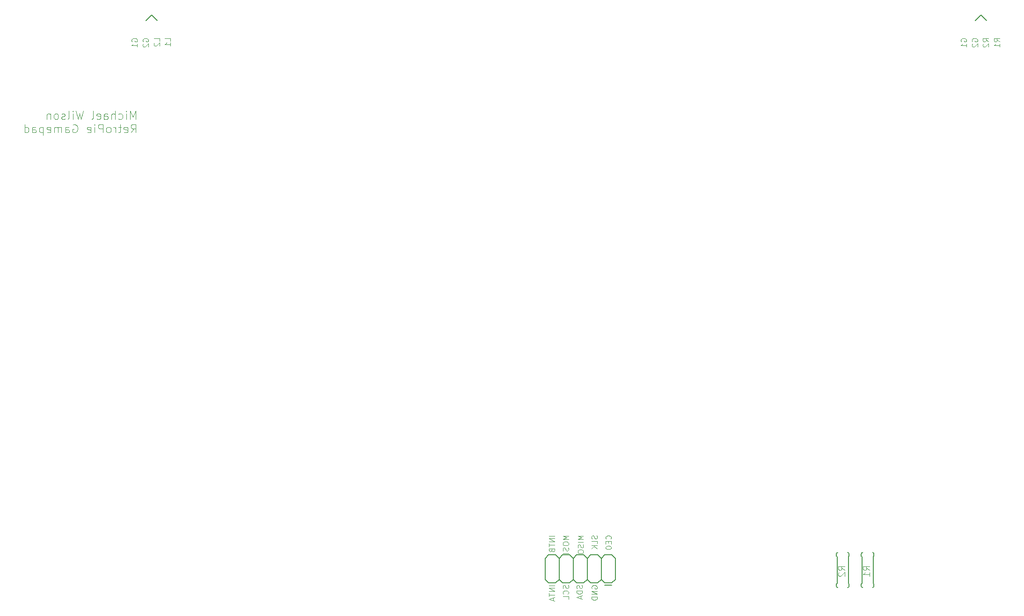
<source format=gbo>
G04 #@! TF.GenerationSoftware,KiCad,Pcbnew,8.0.8*
G04 #@! TF.CreationDate,2025-02-09T13:36:35-06:00*
G04 #@! TF.ProjectId,gamepad,67616d65-7061-4642-9e6b-696361645f70,3*
G04 #@! TF.SameCoordinates,Original*
G04 #@! TF.FileFunction,Legend,Bot*
G04 #@! TF.FilePolarity,Positive*
%FSLAX46Y46*%
G04 Gerber Fmt 4.6, Leading zero omitted, Abs format (unit mm)*
G04 Created by KiCad (PCBNEW 8.0.8) date 2025-02-09 13:36:35*
%MOMM*%
%LPD*%
G01*
G04 APERTURE LIST*
G04 Aperture macros list*
%AMFreePoly0*
4,1,25,0.333266,0.742596,0.345389,0.732242,0.732242,0.345389,0.760749,0.289441,0.762000,0.273547,0.762000,-0.273547,0.742596,-0.333266,0.732242,-0.345389,0.345389,-0.732242,0.289441,-0.760749,0.273547,-0.762000,-0.273547,-0.762000,-0.333266,-0.742596,-0.345389,-0.732242,-0.732242,-0.345389,-0.760749,-0.289441,-0.762000,-0.273547,-0.762000,0.273547,-0.742596,0.333266,-0.732242,0.345389,
-0.345389,0.732242,-0.289441,0.760749,-0.273547,0.762000,0.273547,0.762000,0.333266,0.742596,0.333266,0.742596,$1*%
G04 Aperture macros list end*
%ADD10C,0.100000*%
%ADD11C,0.114300*%
%ADD12C,0.080000*%
%ADD13C,0.152400*%
%ADD14C,0.203200*%
%ADD15C,0.127000*%
%ADD16C,2.082800*%
%ADD17C,2.003200*%
%ADD18C,1.960000*%
%ADD19C,1.800000*%
%ADD20O,1.524000X2.844800*%
%ADD21FreePoly0,270.000000*%
%ADD22C,1.500000*%
G04 APERTURE END LIST*
D10*
X71577068Y-68896312D02*
X71577068Y-67396312D01*
X71577068Y-67396312D02*
X71077068Y-68467741D01*
X71077068Y-68467741D02*
X70577068Y-67396312D01*
X70577068Y-67396312D02*
X70577068Y-68896312D01*
X69862782Y-68896312D02*
X69862782Y-67896312D01*
X69862782Y-67396312D02*
X69934210Y-67467741D01*
X69934210Y-67467741D02*
X69862782Y-67539169D01*
X69862782Y-67539169D02*
X69791353Y-67467741D01*
X69791353Y-67467741D02*
X69862782Y-67396312D01*
X69862782Y-67396312D02*
X69862782Y-67539169D01*
X68505639Y-68824884D02*
X68648496Y-68896312D01*
X68648496Y-68896312D02*
X68934210Y-68896312D01*
X68934210Y-68896312D02*
X69077067Y-68824884D01*
X69077067Y-68824884D02*
X69148496Y-68753455D01*
X69148496Y-68753455D02*
X69219924Y-68610598D01*
X69219924Y-68610598D02*
X69219924Y-68182026D01*
X69219924Y-68182026D02*
X69148496Y-68039169D01*
X69148496Y-68039169D02*
X69077067Y-67967741D01*
X69077067Y-67967741D02*
X68934210Y-67896312D01*
X68934210Y-67896312D02*
X68648496Y-67896312D01*
X68648496Y-67896312D02*
X68505639Y-67967741D01*
X67862782Y-68896312D02*
X67862782Y-67396312D01*
X67219925Y-68896312D02*
X67219925Y-68110598D01*
X67219925Y-68110598D02*
X67291353Y-67967741D01*
X67291353Y-67967741D02*
X67434210Y-67896312D01*
X67434210Y-67896312D02*
X67648496Y-67896312D01*
X67648496Y-67896312D02*
X67791353Y-67967741D01*
X67791353Y-67967741D02*
X67862782Y-68039169D01*
X65862782Y-68896312D02*
X65862782Y-68110598D01*
X65862782Y-68110598D02*
X65934210Y-67967741D01*
X65934210Y-67967741D02*
X66077067Y-67896312D01*
X66077067Y-67896312D02*
X66362782Y-67896312D01*
X66362782Y-67896312D02*
X66505639Y-67967741D01*
X65862782Y-68824884D02*
X66005639Y-68896312D01*
X66005639Y-68896312D02*
X66362782Y-68896312D01*
X66362782Y-68896312D02*
X66505639Y-68824884D01*
X66505639Y-68824884D02*
X66577067Y-68682026D01*
X66577067Y-68682026D02*
X66577067Y-68539169D01*
X66577067Y-68539169D02*
X66505639Y-68396312D01*
X66505639Y-68396312D02*
X66362782Y-68324884D01*
X66362782Y-68324884D02*
X66005639Y-68324884D01*
X66005639Y-68324884D02*
X65862782Y-68253455D01*
X64577067Y-68824884D02*
X64719924Y-68896312D01*
X64719924Y-68896312D02*
X65005639Y-68896312D01*
X65005639Y-68896312D02*
X65148496Y-68824884D01*
X65148496Y-68824884D02*
X65219924Y-68682026D01*
X65219924Y-68682026D02*
X65219924Y-68110598D01*
X65219924Y-68110598D02*
X65148496Y-67967741D01*
X65148496Y-67967741D02*
X65005639Y-67896312D01*
X65005639Y-67896312D02*
X64719924Y-67896312D01*
X64719924Y-67896312D02*
X64577067Y-67967741D01*
X64577067Y-67967741D02*
X64505639Y-68110598D01*
X64505639Y-68110598D02*
X64505639Y-68253455D01*
X64505639Y-68253455D02*
X65219924Y-68396312D01*
X63648496Y-68896312D02*
X63791353Y-68824884D01*
X63791353Y-68824884D02*
X63862782Y-68682026D01*
X63862782Y-68682026D02*
X63862782Y-67396312D01*
X62077068Y-67396312D02*
X61719925Y-68896312D01*
X61719925Y-68896312D02*
X61434211Y-67824884D01*
X61434211Y-67824884D02*
X61148496Y-68896312D01*
X61148496Y-68896312D02*
X60791354Y-67396312D01*
X60219925Y-68896312D02*
X60219925Y-67896312D01*
X60219925Y-67396312D02*
X60291353Y-67467741D01*
X60291353Y-67467741D02*
X60219925Y-67539169D01*
X60219925Y-67539169D02*
X60148496Y-67467741D01*
X60148496Y-67467741D02*
X60219925Y-67396312D01*
X60219925Y-67396312D02*
X60219925Y-67539169D01*
X59291353Y-68896312D02*
X59434210Y-68824884D01*
X59434210Y-68824884D02*
X59505639Y-68682026D01*
X59505639Y-68682026D02*
X59505639Y-67396312D01*
X58791353Y-68824884D02*
X58648496Y-68896312D01*
X58648496Y-68896312D02*
X58362782Y-68896312D01*
X58362782Y-68896312D02*
X58219925Y-68824884D01*
X58219925Y-68824884D02*
X58148496Y-68682026D01*
X58148496Y-68682026D02*
X58148496Y-68610598D01*
X58148496Y-68610598D02*
X58219925Y-68467741D01*
X58219925Y-68467741D02*
X58362782Y-68396312D01*
X58362782Y-68396312D02*
X58577068Y-68396312D01*
X58577068Y-68396312D02*
X58719925Y-68324884D01*
X58719925Y-68324884D02*
X58791353Y-68182026D01*
X58791353Y-68182026D02*
X58791353Y-68110598D01*
X58791353Y-68110598D02*
X58719925Y-67967741D01*
X58719925Y-67967741D02*
X58577068Y-67896312D01*
X58577068Y-67896312D02*
X58362782Y-67896312D01*
X58362782Y-67896312D02*
X58219925Y-67967741D01*
X57291353Y-68896312D02*
X57434210Y-68824884D01*
X57434210Y-68824884D02*
X57505639Y-68753455D01*
X57505639Y-68753455D02*
X57577067Y-68610598D01*
X57577067Y-68610598D02*
X57577067Y-68182026D01*
X57577067Y-68182026D02*
X57505639Y-68039169D01*
X57505639Y-68039169D02*
X57434210Y-67967741D01*
X57434210Y-67967741D02*
X57291353Y-67896312D01*
X57291353Y-67896312D02*
X57077067Y-67896312D01*
X57077067Y-67896312D02*
X56934210Y-67967741D01*
X56934210Y-67967741D02*
X56862782Y-68039169D01*
X56862782Y-68039169D02*
X56791353Y-68182026D01*
X56791353Y-68182026D02*
X56791353Y-68610598D01*
X56791353Y-68610598D02*
X56862782Y-68753455D01*
X56862782Y-68753455D02*
X56934210Y-68824884D01*
X56934210Y-68824884D02*
X57077067Y-68896312D01*
X57077067Y-68896312D02*
X57291353Y-68896312D01*
X56148496Y-67896312D02*
X56148496Y-68896312D01*
X56148496Y-68039169D02*
X56077067Y-67967741D01*
X56077067Y-67967741D02*
X55934210Y-67896312D01*
X55934210Y-67896312D02*
X55719924Y-67896312D01*
X55719924Y-67896312D02*
X55577067Y-67967741D01*
X55577067Y-67967741D02*
X55505639Y-68110598D01*
X55505639Y-68110598D02*
X55505639Y-68896312D01*
X70719925Y-71311228D02*
X71219925Y-70596942D01*
X71577068Y-71311228D02*
X71577068Y-69811228D01*
X71577068Y-69811228D02*
X71005639Y-69811228D01*
X71005639Y-69811228D02*
X70862782Y-69882657D01*
X70862782Y-69882657D02*
X70791353Y-69954085D01*
X70791353Y-69954085D02*
X70719925Y-70096942D01*
X70719925Y-70096942D02*
X70719925Y-70311228D01*
X70719925Y-70311228D02*
X70791353Y-70454085D01*
X70791353Y-70454085D02*
X70862782Y-70525514D01*
X70862782Y-70525514D02*
X71005639Y-70596942D01*
X71005639Y-70596942D02*
X71577068Y-70596942D01*
X69505639Y-71239800D02*
X69648496Y-71311228D01*
X69648496Y-71311228D02*
X69934211Y-71311228D01*
X69934211Y-71311228D02*
X70077068Y-71239800D01*
X70077068Y-71239800D02*
X70148496Y-71096942D01*
X70148496Y-71096942D02*
X70148496Y-70525514D01*
X70148496Y-70525514D02*
X70077068Y-70382657D01*
X70077068Y-70382657D02*
X69934211Y-70311228D01*
X69934211Y-70311228D02*
X69648496Y-70311228D01*
X69648496Y-70311228D02*
X69505639Y-70382657D01*
X69505639Y-70382657D02*
X69434211Y-70525514D01*
X69434211Y-70525514D02*
X69434211Y-70668371D01*
X69434211Y-70668371D02*
X70148496Y-70811228D01*
X69005639Y-70311228D02*
X68434211Y-70311228D01*
X68791354Y-69811228D02*
X68791354Y-71096942D01*
X68791354Y-71096942D02*
X68719925Y-71239800D01*
X68719925Y-71239800D02*
X68577068Y-71311228D01*
X68577068Y-71311228D02*
X68434211Y-71311228D01*
X67934211Y-71311228D02*
X67934211Y-70311228D01*
X67934211Y-70596942D02*
X67862782Y-70454085D01*
X67862782Y-70454085D02*
X67791354Y-70382657D01*
X67791354Y-70382657D02*
X67648496Y-70311228D01*
X67648496Y-70311228D02*
X67505639Y-70311228D01*
X66791354Y-71311228D02*
X66934211Y-71239800D01*
X66934211Y-71239800D02*
X67005640Y-71168371D01*
X67005640Y-71168371D02*
X67077068Y-71025514D01*
X67077068Y-71025514D02*
X67077068Y-70596942D01*
X67077068Y-70596942D02*
X67005640Y-70454085D01*
X67005640Y-70454085D02*
X66934211Y-70382657D01*
X66934211Y-70382657D02*
X66791354Y-70311228D01*
X66791354Y-70311228D02*
X66577068Y-70311228D01*
X66577068Y-70311228D02*
X66434211Y-70382657D01*
X66434211Y-70382657D02*
X66362783Y-70454085D01*
X66362783Y-70454085D02*
X66291354Y-70596942D01*
X66291354Y-70596942D02*
X66291354Y-71025514D01*
X66291354Y-71025514D02*
X66362783Y-71168371D01*
X66362783Y-71168371D02*
X66434211Y-71239800D01*
X66434211Y-71239800D02*
X66577068Y-71311228D01*
X66577068Y-71311228D02*
X66791354Y-71311228D01*
X65648497Y-71311228D02*
X65648497Y-69811228D01*
X65648497Y-69811228D02*
X65077068Y-69811228D01*
X65077068Y-69811228D02*
X64934211Y-69882657D01*
X64934211Y-69882657D02*
X64862782Y-69954085D01*
X64862782Y-69954085D02*
X64791354Y-70096942D01*
X64791354Y-70096942D02*
X64791354Y-70311228D01*
X64791354Y-70311228D02*
X64862782Y-70454085D01*
X64862782Y-70454085D02*
X64934211Y-70525514D01*
X64934211Y-70525514D02*
X65077068Y-70596942D01*
X65077068Y-70596942D02*
X65648497Y-70596942D01*
X64148497Y-71311228D02*
X64148497Y-70311228D01*
X64148497Y-69811228D02*
X64219925Y-69882657D01*
X64219925Y-69882657D02*
X64148497Y-69954085D01*
X64148497Y-69954085D02*
X64077068Y-69882657D01*
X64077068Y-69882657D02*
X64148497Y-69811228D01*
X64148497Y-69811228D02*
X64148497Y-69954085D01*
X62862782Y-71239800D02*
X63005639Y-71311228D01*
X63005639Y-71311228D02*
X63291354Y-71311228D01*
X63291354Y-71311228D02*
X63434211Y-71239800D01*
X63434211Y-71239800D02*
X63505639Y-71096942D01*
X63505639Y-71096942D02*
X63505639Y-70525514D01*
X63505639Y-70525514D02*
X63434211Y-70382657D01*
X63434211Y-70382657D02*
X63291354Y-70311228D01*
X63291354Y-70311228D02*
X63005639Y-70311228D01*
X63005639Y-70311228D02*
X62862782Y-70382657D01*
X62862782Y-70382657D02*
X62791354Y-70525514D01*
X62791354Y-70525514D02*
X62791354Y-70668371D01*
X62791354Y-70668371D02*
X63505639Y-70811228D01*
X60219925Y-69882657D02*
X60362783Y-69811228D01*
X60362783Y-69811228D02*
X60577068Y-69811228D01*
X60577068Y-69811228D02*
X60791354Y-69882657D01*
X60791354Y-69882657D02*
X60934211Y-70025514D01*
X60934211Y-70025514D02*
X61005640Y-70168371D01*
X61005640Y-70168371D02*
X61077068Y-70454085D01*
X61077068Y-70454085D02*
X61077068Y-70668371D01*
X61077068Y-70668371D02*
X61005640Y-70954085D01*
X61005640Y-70954085D02*
X60934211Y-71096942D01*
X60934211Y-71096942D02*
X60791354Y-71239800D01*
X60791354Y-71239800D02*
X60577068Y-71311228D01*
X60577068Y-71311228D02*
X60434211Y-71311228D01*
X60434211Y-71311228D02*
X60219925Y-71239800D01*
X60219925Y-71239800D02*
X60148497Y-71168371D01*
X60148497Y-71168371D02*
X60148497Y-70668371D01*
X60148497Y-70668371D02*
X60434211Y-70668371D01*
X58862783Y-71311228D02*
X58862783Y-70525514D01*
X58862783Y-70525514D02*
X58934211Y-70382657D01*
X58934211Y-70382657D02*
X59077068Y-70311228D01*
X59077068Y-70311228D02*
X59362783Y-70311228D01*
X59362783Y-70311228D02*
X59505640Y-70382657D01*
X58862783Y-71239800D02*
X59005640Y-71311228D01*
X59005640Y-71311228D02*
X59362783Y-71311228D01*
X59362783Y-71311228D02*
X59505640Y-71239800D01*
X59505640Y-71239800D02*
X59577068Y-71096942D01*
X59577068Y-71096942D02*
X59577068Y-70954085D01*
X59577068Y-70954085D02*
X59505640Y-70811228D01*
X59505640Y-70811228D02*
X59362783Y-70739800D01*
X59362783Y-70739800D02*
X59005640Y-70739800D01*
X59005640Y-70739800D02*
X58862783Y-70668371D01*
X58148497Y-71311228D02*
X58148497Y-70311228D01*
X58148497Y-70454085D02*
X58077068Y-70382657D01*
X58077068Y-70382657D02*
X57934211Y-70311228D01*
X57934211Y-70311228D02*
X57719925Y-70311228D01*
X57719925Y-70311228D02*
X57577068Y-70382657D01*
X57577068Y-70382657D02*
X57505640Y-70525514D01*
X57505640Y-70525514D02*
X57505640Y-71311228D01*
X57505640Y-70525514D02*
X57434211Y-70382657D01*
X57434211Y-70382657D02*
X57291354Y-70311228D01*
X57291354Y-70311228D02*
X57077068Y-70311228D01*
X57077068Y-70311228D02*
X56934211Y-70382657D01*
X56934211Y-70382657D02*
X56862782Y-70525514D01*
X56862782Y-70525514D02*
X56862782Y-71311228D01*
X55577068Y-71239800D02*
X55719925Y-71311228D01*
X55719925Y-71311228D02*
X56005640Y-71311228D01*
X56005640Y-71311228D02*
X56148497Y-71239800D01*
X56148497Y-71239800D02*
X56219925Y-71096942D01*
X56219925Y-71096942D02*
X56219925Y-70525514D01*
X56219925Y-70525514D02*
X56148497Y-70382657D01*
X56148497Y-70382657D02*
X56005640Y-70311228D01*
X56005640Y-70311228D02*
X55719925Y-70311228D01*
X55719925Y-70311228D02*
X55577068Y-70382657D01*
X55577068Y-70382657D02*
X55505640Y-70525514D01*
X55505640Y-70525514D02*
X55505640Y-70668371D01*
X55505640Y-70668371D02*
X56219925Y-70811228D01*
X54862783Y-70311228D02*
X54862783Y-71811228D01*
X54862783Y-70382657D02*
X54719926Y-70311228D01*
X54719926Y-70311228D02*
X54434211Y-70311228D01*
X54434211Y-70311228D02*
X54291354Y-70382657D01*
X54291354Y-70382657D02*
X54219926Y-70454085D01*
X54219926Y-70454085D02*
X54148497Y-70596942D01*
X54148497Y-70596942D02*
X54148497Y-71025514D01*
X54148497Y-71025514D02*
X54219926Y-71168371D01*
X54219926Y-71168371D02*
X54291354Y-71239800D01*
X54291354Y-71239800D02*
X54434211Y-71311228D01*
X54434211Y-71311228D02*
X54719926Y-71311228D01*
X54719926Y-71311228D02*
X54862783Y-71239800D01*
X52862783Y-71311228D02*
X52862783Y-70525514D01*
X52862783Y-70525514D02*
X52934211Y-70382657D01*
X52934211Y-70382657D02*
X53077068Y-70311228D01*
X53077068Y-70311228D02*
X53362783Y-70311228D01*
X53362783Y-70311228D02*
X53505640Y-70382657D01*
X52862783Y-71239800D02*
X53005640Y-71311228D01*
X53005640Y-71311228D02*
X53362783Y-71311228D01*
X53362783Y-71311228D02*
X53505640Y-71239800D01*
X53505640Y-71239800D02*
X53577068Y-71096942D01*
X53577068Y-71096942D02*
X53577068Y-70954085D01*
X53577068Y-70954085D02*
X53505640Y-70811228D01*
X53505640Y-70811228D02*
X53362783Y-70739800D01*
X53362783Y-70739800D02*
X53005640Y-70739800D01*
X53005640Y-70739800D02*
X52862783Y-70668371D01*
X51505640Y-71311228D02*
X51505640Y-69811228D01*
X51505640Y-71239800D02*
X51648497Y-71311228D01*
X51648497Y-71311228D02*
X51934211Y-71311228D01*
X51934211Y-71311228D02*
X52077068Y-71239800D01*
X52077068Y-71239800D02*
X52148497Y-71168371D01*
X52148497Y-71168371D02*
X52219925Y-71025514D01*
X52219925Y-71025514D02*
X52219925Y-70596942D01*
X52219925Y-70596942D02*
X52148497Y-70454085D01*
X52148497Y-70454085D02*
X52077068Y-70382657D01*
X52077068Y-70382657D02*
X51934211Y-70311228D01*
X51934211Y-70311228D02*
X51648497Y-70311228D01*
X51648497Y-70311228D02*
X51505640Y-70382657D01*
X147372419Y-144303884D02*
X146372419Y-144303884D01*
X147372419Y-144780074D02*
X146372419Y-144780074D01*
X146372419Y-144780074D02*
X147372419Y-145351502D01*
X147372419Y-145351502D02*
X146372419Y-145351502D01*
X146372419Y-145684836D02*
X146372419Y-146256264D01*
X147372419Y-145970550D02*
X146372419Y-145970550D01*
X146848609Y-146922931D02*
X146896228Y-147065788D01*
X146896228Y-147065788D02*
X146943847Y-147113407D01*
X146943847Y-147113407D02*
X147039085Y-147161026D01*
X147039085Y-147161026D02*
X147181942Y-147161026D01*
X147181942Y-147161026D02*
X147277180Y-147113407D01*
X147277180Y-147113407D02*
X147324800Y-147065788D01*
X147324800Y-147065788D02*
X147372419Y-146970550D01*
X147372419Y-146970550D02*
X147372419Y-146589598D01*
X147372419Y-146589598D02*
X146372419Y-146589598D01*
X146372419Y-146589598D02*
X146372419Y-146922931D01*
X146372419Y-146922931D02*
X146420038Y-147018169D01*
X146420038Y-147018169D02*
X146467657Y-147065788D01*
X146467657Y-147065788D02*
X146562895Y-147113407D01*
X146562895Y-147113407D02*
X146658133Y-147113407D01*
X146658133Y-147113407D02*
X146753371Y-147065788D01*
X146753371Y-147065788D02*
X146800990Y-147018169D01*
X146800990Y-147018169D02*
X146848609Y-146922931D01*
X146848609Y-146922931D02*
X146848609Y-146589598D01*
X149872419Y-144303884D02*
X148872419Y-144303884D01*
X148872419Y-144303884D02*
X149586704Y-144637217D01*
X149586704Y-144637217D02*
X148872419Y-144970550D01*
X148872419Y-144970550D02*
X149872419Y-144970550D01*
X148872419Y-145637217D02*
X148872419Y-145827693D01*
X148872419Y-145827693D02*
X148920038Y-145922931D01*
X148920038Y-145922931D02*
X149015276Y-146018169D01*
X149015276Y-146018169D02*
X149205752Y-146065788D01*
X149205752Y-146065788D02*
X149539085Y-146065788D01*
X149539085Y-146065788D02*
X149729561Y-146018169D01*
X149729561Y-146018169D02*
X149824800Y-145922931D01*
X149824800Y-145922931D02*
X149872419Y-145827693D01*
X149872419Y-145827693D02*
X149872419Y-145637217D01*
X149872419Y-145637217D02*
X149824800Y-145541979D01*
X149824800Y-145541979D02*
X149729561Y-145446741D01*
X149729561Y-145446741D02*
X149539085Y-145399122D01*
X149539085Y-145399122D02*
X149205752Y-145399122D01*
X149205752Y-145399122D02*
X149015276Y-145446741D01*
X149015276Y-145446741D02*
X148920038Y-145541979D01*
X148920038Y-145541979D02*
X148872419Y-145637217D01*
X149824800Y-146446741D02*
X149872419Y-146589598D01*
X149872419Y-146589598D02*
X149872419Y-146827693D01*
X149872419Y-146827693D02*
X149824800Y-146922931D01*
X149824800Y-146922931D02*
X149777180Y-146970550D01*
X149777180Y-146970550D02*
X149681942Y-147018169D01*
X149681942Y-147018169D02*
X149586704Y-147018169D01*
X149586704Y-147018169D02*
X149491466Y-146970550D01*
X149491466Y-146970550D02*
X149443847Y-146922931D01*
X149443847Y-146922931D02*
X149396228Y-146827693D01*
X149396228Y-146827693D02*
X149348609Y-146637217D01*
X149348609Y-146637217D02*
X149300990Y-146541979D01*
X149300990Y-146541979D02*
X149253371Y-146494360D01*
X149253371Y-146494360D02*
X149158133Y-146446741D01*
X149158133Y-146446741D02*
X149062895Y-146446741D01*
X149062895Y-146446741D02*
X148967657Y-146494360D01*
X148967657Y-146494360D02*
X148920038Y-146541979D01*
X148920038Y-146541979D02*
X148872419Y-146637217D01*
X148872419Y-146637217D02*
X148872419Y-146875312D01*
X148872419Y-146875312D02*
X148920038Y-147018169D01*
X149872419Y-147446741D02*
X148872419Y-147446741D01*
X152572419Y-144303884D02*
X151572419Y-144303884D01*
X151572419Y-144303884D02*
X152286704Y-144637217D01*
X152286704Y-144637217D02*
X151572419Y-144970550D01*
X151572419Y-144970550D02*
X152572419Y-144970550D01*
X152572419Y-145446741D02*
X151572419Y-145446741D01*
X152524800Y-145875312D02*
X152572419Y-146018169D01*
X152572419Y-146018169D02*
X152572419Y-146256264D01*
X152572419Y-146256264D02*
X152524800Y-146351502D01*
X152524800Y-146351502D02*
X152477180Y-146399121D01*
X152477180Y-146399121D02*
X152381942Y-146446740D01*
X152381942Y-146446740D02*
X152286704Y-146446740D01*
X152286704Y-146446740D02*
X152191466Y-146399121D01*
X152191466Y-146399121D02*
X152143847Y-146351502D01*
X152143847Y-146351502D02*
X152096228Y-146256264D01*
X152096228Y-146256264D02*
X152048609Y-146065788D01*
X152048609Y-146065788D02*
X152000990Y-145970550D01*
X152000990Y-145970550D02*
X151953371Y-145922931D01*
X151953371Y-145922931D02*
X151858133Y-145875312D01*
X151858133Y-145875312D02*
X151762895Y-145875312D01*
X151762895Y-145875312D02*
X151667657Y-145922931D01*
X151667657Y-145922931D02*
X151620038Y-145970550D01*
X151620038Y-145970550D02*
X151572419Y-146065788D01*
X151572419Y-146065788D02*
X151572419Y-146303883D01*
X151572419Y-146303883D02*
X151620038Y-146446740D01*
X151572419Y-147065788D02*
X151572419Y-147256264D01*
X151572419Y-147256264D02*
X151620038Y-147351502D01*
X151620038Y-147351502D02*
X151715276Y-147446740D01*
X151715276Y-147446740D02*
X151905752Y-147494359D01*
X151905752Y-147494359D02*
X152239085Y-147494359D01*
X152239085Y-147494359D02*
X152429561Y-147446740D01*
X152429561Y-147446740D02*
X152524800Y-147351502D01*
X152524800Y-147351502D02*
X152572419Y-147256264D01*
X152572419Y-147256264D02*
X152572419Y-147065788D01*
X152572419Y-147065788D02*
X152524800Y-146970550D01*
X152524800Y-146970550D02*
X152429561Y-146875312D01*
X152429561Y-146875312D02*
X152239085Y-146827693D01*
X152239085Y-146827693D02*
X151905752Y-146827693D01*
X151905752Y-146827693D02*
X151715276Y-146875312D01*
X151715276Y-146875312D02*
X151620038Y-146970550D01*
X151620038Y-146970550D02*
X151572419Y-147065788D01*
X155024800Y-144256265D02*
X155072419Y-144399122D01*
X155072419Y-144399122D02*
X155072419Y-144637217D01*
X155072419Y-144637217D02*
X155024800Y-144732455D01*
X155024800Y-144732455D02*
X154977180Y-144780074D01*
X154977180Y-144780074D02*
X154881942Y-144827693D01*
X154881942Y-144827693D02*
X154786704Y-144827693D01*
X154786704Y-144827693D02*
X154691466Y-144780074D01*
X154691466Y-144780074D02*
X154643847Y-144732455D01*
X154643847Y-144732455D02*
X154596228Y-144637217D01*
X154596228Y-144637217D02*
X154548609Y-144446741D01*
X154548609Y-144446741D02*
X154500990Y-144351503D01*
X154500990Y-144351503D02*
X154453371Y-144303884D01*
X154453371Y-144303884D02*
X154358133Y-144256265D01*
X154358133Y-144256265D02*
X154262895Y-144256265D01*
X154262895Y-144256265D02*
X154167657Y-144303884D01*
X154167657Y-144303884D02*
X154120038Y-144351503D01*
X154120038Y-144351503D02*
X154072419Y-144446741D01*
X154072419Y-144446741D02*
X154072419Y-144684836D01*
X154072419Y-144684836D02*
X154120038Y-144827693D01*
X155072419Y-145732455D02*
X155072419Y-145256265D01*
X155072419Y-145256265D02*
X154072419Y-145256265D01*
X155072419Y-146065789D02*
X154072419Y-146065789D01*
X155072419Y-146637217D02*
X154500990Y-146208646D01*
X154072419Y-146637217D02*
X154643847Y-146065789D01*
X157527180Y-144875312D02*
X157574800Y-144827693D01*
X157574800Y-144827693D02*
X157622419Y-144684836D01*
X157622419Y-144684836D02*
X157622419Y-144589598D01*
X157622419Y-144589598D02*
X157574800Y-144446741D01*
X157574800Y-144446741D02*
X157479561Y-144351503D01*
X157479561Y-144351503D02*
X157384323Y-144303884D01*
X157384323Y-144303884D02*
X157193847Y-144256265D01*
X157193847Y-144256265D02*
X157050990Y-144256265D01*
X157050990Y-144256265D02*
X156860514Y-144303884D01*
X156860514Y-144303884D02*
X156765276Y-144351503D01*
X156765276Y-144351503D02*
X156670038Y-144446741D01*
X156670038Y-144446741D02*
X156622419Y-144589598D01*
X156622419Y-144589598D02*
X156622419Y-144684836D01*
X156622419Y-144684836D02*
X156670038Y-144827693D01*
X156670038Y-144827693D02*
X156717657Y-144875312D01*
X157098609Y-145303884D02*
X157098609Y-145637217D01*
X157622419Y-145780074D02*
X157622419Y-145303884D01*
X157622419Y-145303884D02*
X156622419Y-145303884D01*
X156622419Y-145303884D02*
X156622419Y-145780074D01*
X156622419Y-146399122D02*
X156622419Y-146494360D01*
X156622419Y-146494360D02*
X156670038Y-146589598D01*
X156670038Y-146589598D02*
X156717657Y-146637217D01*
X156717657Y-146637217D02*
X156812895Y-146684836D01*
X156812895Y-146684836D02*
X157003371Y-146732455D01*
X157003371Y-146732455D02*
X157241466Y-146732455D01*
X157241466Y-146732455D02*
X157431942Y-146684836D01*
X157431942Y-146684836D02*
X157527180Y-146637217D01*
X157527180Y-146637217D02*
X157574800Y-146589598D01*
X157574800Y-146589598D02*
X157622419Y-146494360D01*
X157622419Y-146494360D02*
X157622419Y-146399122D01*
X157622419Y-146399122D02*
X157574800Y-146303884D01*
X157574800Y-146303884D02*
X157527180Y-146256265D01*
X157527180Y-146256265D02*
X157431942Y-146208646D01*
X157431942Y-146208646D02*
X157241466Y-146161027D01*
X157241466Y-146161027D02*
X157003371Y-146161027D01*
X157003371Y-146161027D02*
X156812895Y-146208646D01*
X156812895Y-146208646D02*
X156717657Y-146256265D01*
X156717657Y-146256265D02*
X156670038Y-146303884D01*
X156670038Y-146303884D02*
X156622419Y-146399122D01*
X147372419Y-153303884D02*
X146372419Y-153303884D01*
X147372419Y-153780074D02*
X146372419Y-153780074D01*
X146372419Y-153780074D02*
X147372419Y-154351502D01*
X147372419Y-154351502D02*
X146372419Y-154351502D01*
X146372419Y-154684836D02*
X146372419Y-155256264D01*
X147372419Y-154970550D02*
X146372419Y-154970550D01*
X147086704Y-155541979D02*
X147086704Y-156018169D01*
X147372419Y-155446741D02*
X146372419Y-155780074D01*
X146372419Y-155780074D02*
X147372419Y-156113407D01*
X149824800Y-153256265D02*
X149872419Y-153399122D01*
X149872419Y-153399122D02*
X149872419Y-153637217D01*
X149872419Y-153637217D02*
X149824800Y-153732455D01*
X149824800Y-153732455D02*
X149777180Y-153780074D01*
X149777180Y-153780074D02*
X149681942Y-153827693D01*
X149681942Y-153827693D02*
X149586704Y-153827693D01*
X149586704Y-153827693D02*
X149491466Y-153780074D01*
X149491466Y-153780074D02*
X149443847Y-153732455D01*
X149443847Y-153732455D02*
X149396228Y-153637217D01*
X149396228Y-153637217D02*
X149348609Y-153446741D01*
X149348609Y-153446741D02*
X149300990Y-153351503D01*
X149300990Y-153351503D02*
X149253371Y-153303884D01*
X149253371Y-153303884D02*
X149158133Y-153256265D01*
X149158133Y-153256265D02*
X149062895Y-153256265D01*
X149062895Y-153256265D02*
X148967657Y-153303884D01*
X148967657Y-153303884D02*
X148920038Y-153351503D01*
X148920038Y-153351503D02*
X148872419Y-153446741D01*
X148872419Y-153446741D02*
X148872419Y-153684836D01*
X148872419Y-153684836D02*
X148920038Y-153827693D01*
X149777180Y-154827693D02*
X149824800Y-154780074D01*
X149824800Y-154780074D02*
X149872419Y-154637217D01*
X149872419Y-154637217D02*
X149872419Y-154541979D01*
X149872419Y-154541979D02*
X149824800Y-154399122D01*
X149824800Y-154399122D02*
X149729561Y-154303884D01*
X149729561Y-154303884D02*
X149634323Y-154256265D01*
X149634323Y-154256265D02*
X149443847Y-154208646D01*
X149443847Y-154208646D02*
X149300990Y-154208646D01*
X149300990Y-154208646D02*
X149110514Y-154256265D01*
X149110514Y-154256265D02*
X149015276Y-154303884D01*
X149015276Y-154303884D02*
X148920038Y-154399122D01*
X148920038Y-154399122D02*
X148872419Y-154541979D01*
X148872419Y-154541979D02*
X148872419Y-154637217D01*
X148872419Y-154637217D02*
X148920038Y-154780074D01*
X148920038Y-154780074D02*
X148967657Y-154827693D01*
X149872419Y-155732455D02*
X149872419Y-155256265D01*
X149872419Y-155256265D02*
X148872419Y-155256265D01*
X152324800Y-153256265D02*
X152372419Y-153399122D01*
X152372419Y-153399122D02*
X152372419Y-153637217D01*
X152372419Y-153637217D02*
X152324800Y-153732455D01*
X152324800Y-153732455D02*
X152277180Y-153780074D01*
X152277180Y-153780074D02*
X152181942Y-153827693D01*
X152181942Y-153827693D02*
X152086704Y-153827693D01*
X152086704Y-153827693D02*
X151991466Y-153780074D01*
X151991466Y-153780074D02*
X151943847Y-153732455D01*
X151943847Y-153732455D02*
X151896228Y-153637217D01*
X151896228Y-153637217D02*
X151848609Y-153446741D01*
X151848609Y-153446741D02*
X151800990Y-153351503D01*
X151800990Y-153351503D02*
X151753371Y-153303884D01*
X151753371Y-153303884D02*
X151658133Y-153256265D01*
X151658133Y-153256265D02*
X151562895Y-153256265D01*
X151562895Y-153256265D02*
X151467657Y-153303884D01*
X151467657Y-153303884D02*
X151420038Y-153351503D01*
X151420038Y-153351503D02*
X151372419Y-153446741D01*
X151372419Y-153446741D02*
X151372419Y-153684836D01*
X151372419Y-153684836D02*
X151420038Y-153827693D01*
X152372419Y-154256265D02*
X151372419Y-154256265D01*
X151372419Y-154256265D02*
X151372419Y-154494360D01*
X151372419Y-154494360D02*
X151420038Y-154637217D01*
X151420038Y-154637217D02*
X151515276Y-154732455D01*
X151515276Y-154732455D02*
X151610514Y-154780074D01*
X151610514Y-154780074D02*
X151800990Y-154827693D01*
X151800990Y-154827693D02*
X151943847Y-154827693D01*
X151943847Y-154827693D02*
X152134323Y-154780074D01*
X152134323Y-154780074D02*
X152229561Y-154732455D01*
X152229561Y-154732455D02*
X152324800Y-154637217D01*
X152324800Y-154637217D02*
X152372419Y-154494360D01*
X152372419Y-154494360D02*
X152372419Y-154256265D01*
X152086704Y-155208646D02*
X152086704Y-155684836D01*
X152372419Y-155113408D02*
X151372419Y-155446741D01*
X151372419Y-155446741D02*
X152372419Y-155780074D01*
X154120038Y-153827693D02*
X154072419Y-153732455D01*
X154072419Y-153732455D02*
X154072419Y-153589598D01*
X154072419Y-153589598D02*
X154120038Y-153446741D01*
X154120038Y-153446741D02*
X154215276Y-153351503D01*
X154215276Y-153351503D02*
X154310514Y-153303884D01*
X154310514Y-153303884D02*
X154500990Y-153256265D01*
X154500990Y-153256265D02*
X154643847Y-153256265D01*
X154643847Y-153256265D02*
X154834323Y-153303884D01*
X154834323Y-153303884D02*
X154929561Y-153351503D01*
X154929561Y-153351503D02*
X155024800Y-153446741D01*
X155024800Y-153446741D02*
X155072419Y-153589598D01*
X155072419Y-153589598D02*
X155072419Y-153684836D01*
X155072419Y-153684836D02*
X155024800Y-153827693D01*
X155024800Y-153827693D02*
X154977180Y-153875312D01*
X154977180Y-153875312D02*
X154643847Y-153875312D01*
X154643847Y-153875312D02*
X154643847Y-153684836D01*
X155072419Y-154303884D02*
X154072419Y-154303884D01*
X154072419Y-154303884D02*
X155072419Y-154875312D01*
X155072419Y-154875312D02*
X154072419Y-154875312D01*
X155072419Y-155351503D02*
X154072419Y-155351503D01*
X154072419Y-155351503D02*
X154072419Y-155589598D01*
X154072419Y-155589598D02*
X154120038Y-155732455D01*
X154120038Y-155732455D02*
X154215276Y-155827693D01*
X154215276Y-155827693D02*
X154310514Y-155875312D01*
X154310514Y-155875312D02*
X154500990Y-155922931D01*
X154500990Y-155922931D02*
X154643847Y-155922931D01*
X154643847Y-155922931D02*
X154834323Y-155875312D01*
X154834323Y-155875312D02*
X154929561Y-155827693D01*
X154929561Y-155827693D02*
X155024800Y-155732455D01*
X155024800Y-155732455D02*
X155072419Y-155589598D01*
X155072419Y-155589598D02*
X155072419Y-155351503D01*
D11*
X199852620Y-150510763D02*
X199302287Y-150125530D01*
X199852620Y-149850363D02*
X198696920Y-149850363D01*
X198696920Y-149850363D02*
X198696920Y-150290630D01*
X198696920Y-150290630D02*
X198751953Y-150400697D01*
X198751953Y-150400697D02*
X198806987Y-150455730D01*
X198806987Y-150455730D02*
X198917053Y-150510763D01*
X198917053Y-150510763D02*
X199082153Y-150510763D01*
X199082153Y-150510763D02*
X199192220Y-150455730D01*
X199192220Y-150455730D02*
X199247253Y-150400697D01*
X199247253Y-150400697D02*
X199302287Y-150290630D01*
X199302287Y-150290630D02*
X199302287Y-149850363D01*
X198806987Y-150951030D02*
X198751953Y-151006063D01*
X198751953Y-151006063D02*
X198696920Y-151116130D01*
X198696920Y-151116130D02*
X198696920Y-151391297D01*
X198696920Y-151391297D02*
X198751953Y-151501363D01*
X198751953Y-151501363D02*
X198806987Y-151556397D01*
X198806987Y-151556397D02*
X198917053Y-151611430D01*
X198917053Y-151611430D02*
X199027120Y-151611430D01*
X199027120Y-151611430D02*
X199192220Y-151556397D01*
X199192220Y-151556397D02*
X199852620Y-150895997D01*
X199852620Y-150895997D02*
X199852620Y-151611430D01*
D12*
X220921078Y-54814535D02*
X220873459Y-54719297D01*
X220873459Y-54719297D02*
X220873459Y-54576440D01*
X220873459Y-54576440D02*
X220921078Y-54433583D01*
X220921078Y-54433583D02*
X221016316Y-54338345D01*
X221016316Y-54338345D02*
X221111554Y-54290726D01*
X221111554Y-54290726D02*
X221302030Y-54243107D01*
X221302030Y-54243107D02*
X221444887Y-54243107D01*
X221444887Y-54243107D02*
X221635363Y-54290726D01*
X221635363Y-54290726D02*
X221730601Y-54338345D01*
X221730601Y-54338345D02*
X221825840Y-54433583D01*
X221825840Y-54433583D02*
X221873459Y-54576440D01*
X221873459Y-54576440D02*
X221873459Y-54671678D01*
X221873459Y-54671678D02*
X221825840Y-54814535D01*
X221825840Y-54814535D02*
X221778220Y-54862154D01*
X221778220Y-54862154D02*
X221444887Y-54862154D01*
X221444887Y-54862154D02*
X221444887Y-54671678D01*
X221873459Y-55814535D02*
X221873459Y-55243107D01*
X221873459Y-55528821D02*
X220873459Y-55528821D01*
X220873459Y-55528821D02*
X221016316Y-55433583D01*
X221016316Y-55433583D02*
X221111554Y-55338345D01*
X221111554Y-55338345D02*
X221159173Y-55243107D01*
X222921078Y-54814535D02*
X222873459Y-54719297D01*
X222873459Y-54719297D02*
X222873459Y-54576440D01*
X222873459Y-54576440D02*
X222921078Y-54433583D01*
X222921078Y-54433583D02*
X223016316Y-54338345D01*
X223016316Y-54338345D02*
X223111554Y-54290726D01*
X223111554Y-54290726D02*
X223302030Y-54243107D01*
X223302030Y-54243107D02*
X223444887Y-54243107D01*
X223444887Y-54243107D02*
X223635363Y-54290726D01*
X223635363Y-54290726D02*
X223730601Y-54338345D01*
X223730601Y-54338345D02*
X223825840Y-54433583D01*
X223825840Y-54433583D02*
X223873459Y-54576440D01*
X223873459Y-54576440D02*
X223873459Y-54671678D01*
X223873459Y-54671678D02*
X223825840Y-54814535D01*
X223825840Y-54814535D02*
X223778220Y-54862154D01*
X223778220Y-54862154D02*
X223444887Y-54862154D01*
X223444887Y-54862154D02*
X223444887Y-54671678D01*
X222968697Y-55243107D02*
X222921078Y-55290726D01*
X222921078Y-55290726D02*
X222873459Y-55385964D01*
X222873459Y-55385964D02*
X222873459Y-55624059D01*
X222873459Y-55624059D02*
X222921078Y-55719297D01*
X222921078Y-55719297D02*
X222968697Y-55766916D01*
X222968697Y-55766916D02*
X223063935Y-55814535D01*
X223063935Y-55814535D02*
X223159173Y-55814535D01*
X223159173Y-55814535D02*
X223302030Y-55766916D01*
X223302030Y-55766916D02*
X223873459Y-55195488D01*
X223873459Y-55195488D02*
X223873459Y-55814535D01*
X227873459Y-54862154D02*
X227397268Y-54528821D01*
X227873459Y-54290726D02*
X226873459Y-54290726D01*
X226873459Y-54290726D02*
X226873459Y-54671678D01*
X226873459Y-54671678D02*
X226921078Y-54766916D01*
X226921078Y-54766916D02*
X226968697Y-54814535D01*
X226968697Y-54814535D02*
X227063935Y-54862154D01*
X227063935Y-54862154D02*
X227206792Y-54862154D01*
X227206792Y-54862154D02*
X227302030Y-54814535D01*
X227302030Y-54814535D02*
X227349649Y-54766916D01*
X227349649Y-54766916D02*
X227397268Y-54671678D01*
X227397268Y-54671678D02*
X227397268Y-54290726D01*
X227873459Y-55814535D02*
X227873459Y-55243107D01*
X227873459Y-55528821D02*
X226873459Y-55528821D01*
X226873459Y-55528821D02*
X227016316Y-55433583D01*
X227016316Y-55433583D02*
X227111554Y-55338345D01*
X227111554Y-55338345D02*
X227159173Y-55243107D01*
X225873459Y-54862154D02*
X225397268Y-54528821D01*
X225873459Y-54290726D02*
X224873459Y-54290726D01*
X224873459Y-54290726D02*
X224873459Y-54671678D01*
X224873459Y-54671678D02*
X224921078Y-54766916D01*
X224921078Y-54766916D02*
X224968697Y-54814535D01*
X224968697Y-54814535D02*
X225063935Y-54862154D01*
X225063935Y-54862154D02*
X225206792Y-54862154D01*
X225206792Y-54862154D02*
X225302030Y-54814535D01*
X225302030Y-54814535D02*
X225349649Y-54766916D01*
X225349649Y-54766916D02*
X225397268Y-54671678D01*
X225397268Y-54671678D02*
X225397268Y-54290726D01*
X224968697Y-55243107D02*
X224921078Y-55290726D01*
X224921078Y-55290726D02*
X224873459Y-55385964D01*
X224873459Y-55385964D02*
X224873459Y-55624059D01*
X224873459Y-55624059D02*
X224921078Y-55719297D01*
X224921078Y-55719297D02*
X224968697Y-55766916D01*
X224968697Y-55766916D02*
X225063935Y-55814535D01*
X225063935Y-55814535D02*
X225159173Y-55814535D01*
X225159173Y-55814535D02*
X225302030Y-55766916D01*
X225302030Y-55766916D02*
X225873459Y-55195488D01*
X225873459Y-55195488D02*
X225873459Y-55814535D01*
D11*
X204352620Y-150510763D02*
X203802287Y-150125530D01*
X204352620Y-149850363D02*
X203196920Y-149850363D01*
X203196920Y-149850363D02*
X203196920Y-150290630D01*
X203196920Y-150290630D02*
X203251953Y-150400697D01*
X203251953Y-150400697D02*
X203306987Y-150455730D01*
X203306987Y-150455730D02*
X203417053Y-150510763D01*
X203417053Y-150510763D02*
X203582153Y-150510763D01*
X203582153Y-150510763D02*
X203692220Y-150455730D01*
X203692220Y-150455730D02*
X203747253Y-150400697D01*
X203747253Y-150400697D02*
X203802287Y-150290630D01*
X203802287Y-150290630D02*
X203802287Y-149850363D01*
X204352620Y-151611430D02*
X204352620Y-150951030D01*
X204352620Y-151281230D02*
X203196920Y-151281230D01*
X203196920Y-151281230D02*
X203362020Y-151171163D01*
X203362020Y-151171163D02*
X203472087Y-151061097D01*
X203472087Y-151061097D02*
X203527120Y-150951030D01*
D12*
X72921078Y-54814535D02*
X72873459Y-54719297D01*
X72873459Y-54719297D02*
X72873459Y-54576440D01*
X72873459Y-54576440D02*
X72921078Y-54433583D01*
X72921078Y-54433583D02*
X73016316Y-54338345D01*
X73016316Y-54338345D02*
X73111554Y-54290726D01*
X73111554Y-54290726D02*
X73302030Y-54243107D01*
X73302030Y-54243107D02*
X73444887Y-54243107D01*
X73444887Y-54243107D02*
X73635363Y-54290726D01*
X73635363Y-54290726D02*
X73730601Y-54338345D01*
X73730601Y-54338345D02*
X73825840Y-54433583D01*
X73825840Y-54433583D02*
X73873459Y-54576440D01*
X73873459Y-54576440D02*
X73873459Y-54671678D01*
X73873459Y-54671678D02*
X73825840Y-54814535D01*
X73825840Y-54814535D02*
X73778220Y-54862154D01*
X73778220Y-54862154D02*
X73444887Y-54862154D01*
X73444887Y-54862154D02*
X73444887Y-54671678D01*
X72968697Y-55243107D02*
X72921078Y-55290726D01*
X72921078Y-55290726D02*
X72873459Y-55385964D01*
X72873459Y-55385964D02*
X72873459Y-55624059D01*
X72873459Y-55624059D02*
X72921078Y-55719297D01*
X72921078Y-55719297D02*
X72968697Y-55766916D01*
X72968697Y-55766916D02*
X73063935Y-55814535D01*
X73063935Y-55814535D02*
X73159173Y-55814535D01*
X73159173Y-55814535D02*
X73302030Y-55766916D01*
X73302030Y-55766916D02*
X73873459Y-55195488D01*
X73873459Y-55195488D02*
X73873459Y-55814535D01*
X77873459Y-54766916D02*
X77873459Y-54290726D01*
X77873459Y-54290726D02*
X76873459Y-54290726D01*
X77873459Y-55624059D02*
X77873459Y-55052631D01*
X77873459Y-55338345D02*
X76873459Y-55338345D01*
X76873459Y-55338345D02*
X77016316Y-55243107D01*
X77016316Y-55243107D02*
X77111554Y-55147869D01*
X77111554Y-55147869D02*
X77159173Y-55052631D01*
X75873459Y-54766916D02*
X75873459Y-54290726D01*
X75873459Y-54290726D02*
X74873459Y-54290726D01*
X74968697Y-55052631D02*
X74921078Y-55100250D01*
X74921078Y-55100250D02*
X74873459Y-55195488D01*
X74873459Y-55195488D02*
X74873459Y-55433583D01*
X74873459Y-55433583D02*
X74921078Y-55528821D01*
X74921078Y-55528821D02*
X74968697Y-55576440D01*
X74968697Y-55576440D02*
X75063935Y-55624059D01*
X75063935Y-55624059D02*
X75159173Y-55624059D01*
X75159173Y-55624059D02*
X75302030Y-55576440D01*
X75302030Y-55576440D02*
X75873459Y-55005012D01*
X75873459Y-55005012D02*
X75873459Y-55624059D01*
X70921078Y-54814535D02*
X70873459Y-54719297D01*
X70873459Y-54719297D02*
X70873459Y-54576440D01*
X70873459Y-54576440D02*
X70921078Y-54433583D01*
X70921078Y-54433583D02*
X71016316Y-54338345D01*
X71016316Y-54338345D02*
X71111554Y-54290726D01*
X71111554Y-54290726D02*
X71302030Y-54243107D01*
X71302030Y-54243107D02*
X71444887Y-54243107D01*
X71444887Y-54243107D02*
X71635363Y-54290726D01*
X71635363Y-54290726D02*
X71730601Y-54338345D01*
X71730601Y-54338345D02*
X71825840Y-54433583D01*
X71825840Y-54433583D02*
X71873459Y-54576440D01*
X71873459Y-54576440D02*
X71873459Y-54671678D01*
X71873459Y-54671678D02*
X71825840Y-54814535D01*
X71825840Y-54814535D02*
X71778220Y-54862154D01*
X71778220Y-54862154D02*
X71444887Y-54862154D01*
X71444887Y-54862154D02*
X71444887Y-54671678D01*
X71873459Y-55814535D02*
X71873459Y-55243107D01*
X71873459Y-55528821D02*
X70873459Y-55528821D01*
X70873459Y-55528821D02*
X71016316Y-55433583D01*
X71016316Y-55433583D02*
X71111554Y-55338345D01*
X71111554Y-55338345D02*
X71159173Y-55243107D01*
D13*
X158350000Y-148391800D02*
X158350000Y-152201800D01*
X157715000Y-152836800D02*
X158350000Y-152201800D01*
X157715000Y-147756800D02*
X158350000Y-148391800D01*
D14*
X156445000Y-153217800D02*
X157715000Y-153217800D01*
D13*
X156445000Y-152836800D02*
X157715000Y-152836800D01*
X156445000Y-147756800D02*
X157715000Y-147756800D01*
X155810000Y-152201800D02*
X156445000Y-152836800D01*
X155810000Y-152201800D02*
X155810000Y-148391800D01*
X155810000Y-148391800D02*
X156445000Y-147756800D01*
X155175000Y-152836800D02*
X155810000Y-152201800D01*
X155175000Y-147756800D02*
X155810000Y-148391800D01*
X153905000Y-152836800D02*
X155175000Y-152836800D01*
X153905000Y-147756800D02*
X155175000Y-147756800D01*
X153270000Y-152201800D02*
X153905000Y-152836800D01*
X153270000Y-152201800D02*
X153270000Y-148391800D01*
X153270000Y-148391800D02*
X153905000Y-147756800D01*
X152635000Y-152836800D02*
X153270000Y-152201800D01*
X152635000Y-147756800D02*
X153270000Y-148391800D01*
X151365000Y-152836800D02*
X152635000Y-152836800D01*
X151365000Y-147756800D02*
X152635000Y-147756800D01*
X150730000Y-152201800D02*
X151365000Y-152836800D01*
X150730000Y-152201800D02*
X150730000Y-148391800D01*
X150730000Y-148391800D02*
X151365000Y-147756800D01*
X150095000Y-152836800D02*
X150730000Y-152201800D01*
X150095000Y-147756800D02*
X150730000Y-148391800D01*
X148825000Y-152836800D02*
X150095000Y-152836800D01*
X148825000Y-147756800D02*
X150095000Y-147756800D01*
X148190000Y-152201800D02*
X148825000Y-152836800D01*
X148190000Y-152201800D02*
X148190000Y-148391800D01*
X148190000Y-148391800D02*
X148825000Y-147756800D01*
X147555000Y-152836800D02*
X148190000Y-152201800D01*
X147555000Y-147756800D02*
X148190000Y-148391800D01*
X146285000Y-152836800D02*
X147555000Y-152836800D01*
X146285000Y-147756800D02*
X147555000Y-147756800D01*
X145650000Y-152201800D02*
X146285000Y-152836800D01*
X145650000Y-152201800D02*
X145650000Y-148391800D01*
X145650000Y-148391800D02*
X146285000Y-147756800D01*
X198357000Y-147960000D02*
X198357000Y-147579000D01*
X198357000Y-147960000D02*
X198484000Y-148087000D01*
X198357000Y-153040000D02*
X198357000Y-153421000D01*
X198357000Y-153040000D02*
X198484000Y-152913000D01*
X198484000Y-148087000D02*
X198484000Y-152913000D01*
X200516000Y-148087000D02*
X200516000Y-152913000D01*
X200643000Y-147960000D02*
X200516000Y-148087000D01*
X200643000Y-147960000D02*
X200643000Y-147579000D01*
X200643000Y-153040000D02*
X200516000Y-152913000D01*
X200643000Y-153040000D02*
X200643000Y-153421000D01*
X198357000Y-147579000D02*
G75*
G02*
X198611000Y-147325000I254000J0D01*
G01*
X198611000Y-153675000D02*
G75*
G02*
X198357000Y-153421000I0J254000D01*
G01*
X200389000Y-147325000D02*
G75*
G02*
X200643000Y-147579000I0J-254000D01*
G01*
X200643000Y-153421000D02*
G75*
G02*
X200389000Y-153675000I-254000J0D01*
G01*
D15*
X224500000Y-50000000D02*
X223500000Y-51000000D01*
X225500000Y-51000000D02*
X224500000Y-50000000D01*
D13*
X202857000Y-147960000D02*
X202857000Y-147579000D01*
X202857000Y-147960000D02*
X202984000Y-148087000D01*
X202857000Y-153040000D02*
X202857000Y-153421000D01*
X202857000Y-153040000D02*
X202984000Y-152913000D01*
X202984000Y-148087000D02*
X202984000Y-152913000D01*
X205016000Y-148087000D02*
X205016000Y-152913000D01*
X205143000Y-147960000D02*
X205016000Y-148087000D01*
X205143000Y-147960000D02*
X205143000Y-147579000D01*
X205143000Y-153040000D02*
X205016000Y-152913000D01*
X205143000Y-153040000D02*
X205143000Y-153421000D01*
X202857000Y-147579000D02*
G75*
G02*
X203111000Y-147325000I254000J0D01*
G01*
X203111000Y-153675000D02*
G75*
G02*
X202857000Y-153421000I0J254000D01*
G01*
X204889000Y-147325000D02*
G75*
G02*
X205143000Y-147579000I0J-254000D01*
G01*
X205143000Y-153421000D02*
G75*
G02*
X204889000Y-153675000I-254000J0D01*
G01*
D15*
X74500000Y-50000000D02*
X73500000Y-51000000D01*
X75500000Y-51000000D02*
X74500000Y-50000000D01*
%LPC*%
D16*
X215248800Y-64239400D03*
X221751200Y-64239400D03*
X215248800Y-68760600D03*
X221751200Y-68760600D03*
X74748800Y-65739400D03*
X81251200Y-65739400D03*
X74748800Y-70260600D03*
X81251200Y-70260600D03*
X240748800Y-64239400D03*
X247251200Y-64239400D03*
X240748800Y-68760600D03*
X247251200Y-68760600D03*
X229748800Y-78739400D03*
X236251200Y-78739400D03*
X229748800Y-83260600D03*
X236251200Y-83260600D03*
X65251200Y-110260600D03*
X58748800Y-110260600D03*
X65251200Y-105739400D03*
X58748800Y-105739400D03*
X223248800Y-85739400D03*
X229751200Y-85739400D03*
X223248800Y-90260600D03*
X229751200Y-90260600D03*
X65251200Y-124260600D03*
X58748800Y-124260600D03*
X65251200Y-119739400D03*
X58748800Y-119739400D03*
X229748800Y-92739400D03*
X236251200Y-92739400D03*
X229748800Y-97260600D03*
X236251200Y-97260600D03*
D17*
X242975000Y-116175000D03*
D18*
X242975000Y-110175000D03*
X242975000Y-114175000D03*
X242975000Y-108175000D03*
X242975000Y-112175000D03*
X242975000Y-106175000D03*
D19*
X237875000Y-119975000D03*
X237425000Y-103925000D03*
X224075000Y-107075000D03*
X221225000Y-121975000D03*
D16*
X58751200Y-117260600D03*
X52248800Y-117260600D03*
X58751200Y-112739400D03*
X52248800Y-112739400D03*
X236248800Y-85739400D03*
X242751200Y-85739400D03*
X236248800Y-90260600D03*
X242751200Y-90260600D03*
D20*
X101990000Y-147190000D03*
X104530000Y-147190000D03*
X107070000Y-147190000D03*
X109610000Y-147190000D03*
X112150000Y-147190000D03*
X114690000Y-147190000D03*
X117230000Y-147190000D03*
X119770000Y-147190000D03*
X122310000Y-147190000D03*
X124850000Y-147190000D03*
X127390000Y-147190000D03*
X129930000Y-147190000D03*
X132470000Y-147190000D03*
X135010000Y-147190000D03*
X135010000Y-154810000D03*
X132470000Y-154810000D03*
X129930000Y-154810000D03*
X127390000Y-154810000D03*
X124850000Y-154810000D03*
X122310000Y-154810000D03*
X119770000Y-154810000D03*
X117230000Y-154810000D03*
X114690000Y-154810000D03*
X112150000Y-154810000D03*
X109610000Y-154810000D03*
X107070000Y-154810000D03*
X104530000Y-154810000D03*
X101990000Y-154810000D03*
D16*
X71751200Y-117260600D03*
X65248800Y-117260600D03*
X71751200Y-112739400D03*
X65248800Y-112739400D03*
D19*
X53725000Y-95975000D03*
X56575000Y-81075000D03*
X69925000Y-77925000D03*
X70375000Y-93975000D03*
D18*
X75475000Y-80175000D03*
X75475000Y-86175000D03*
X75475000Y-82175000D03*
X75475000Y-88175000D03*
X75475000Y-84175000D03*
X75475000Y-90175000D03*
D20*
X173481100Y-154243600D03*
X176021100Y-154243600D03*
X178561100Y-154243600D03*
X181101100Y-154243600D03*
X183641100Y-154243600D03*
X186181100Y-154243600D03*
X188721100Y-154243600D03*
X191261100Y-154243600D03*
X191261100Y-146623600D03*
X188721100Y-146623600D03*
X186181100Y-146623600D03*
X183641100Y-146623600D03*
X181101100Y-146623600D03*
X178561100Y-146623600D03*
X176021100Y-146623600D03*
X173481100Y-146623600D03*
D16*
X146920000Y-149026800D03*
X146920000Y-151566800D03*
X149460000Y-149026800D03*
X149460000Y-151566800D03*
X152000000Y-149026800D03*
X152000000Y-151566800D03*
X154540000Y-149026800D03*
X154540000Y-151566800D03*
X157080000Y-149026800D03*
X157080000Y-151566800D03*
D21*
X199500000Y-146690000D03*
X199500000Y-154310000D03*
D22*
X220500000Y-50000000D03*
X220500000Y-57500000D03*
X228500000Y-50000000D03*
X228500000Y-57500000D03*
D18*
X221500000Y-53000000D03*
X223500000Y-53000000D03*
X227500000Y-53000000D03*
X225500000Y-53000000D03*
D21*
X204000000Y-146690000D03*
X204000000Y-154310000D03*
D22*
X70500000Y-50000000D03*
X70500000Y-57500000D03*
X78500000Y-50000000D03*
X78500000Y-57500000D03*
D18*
X71500000Y-53000000D03*
X73500000Y-53000000D03*
X77500000Y-53000000D03*
X75500000Y-53000000D03*
%LPD*%
M02*

</source>
